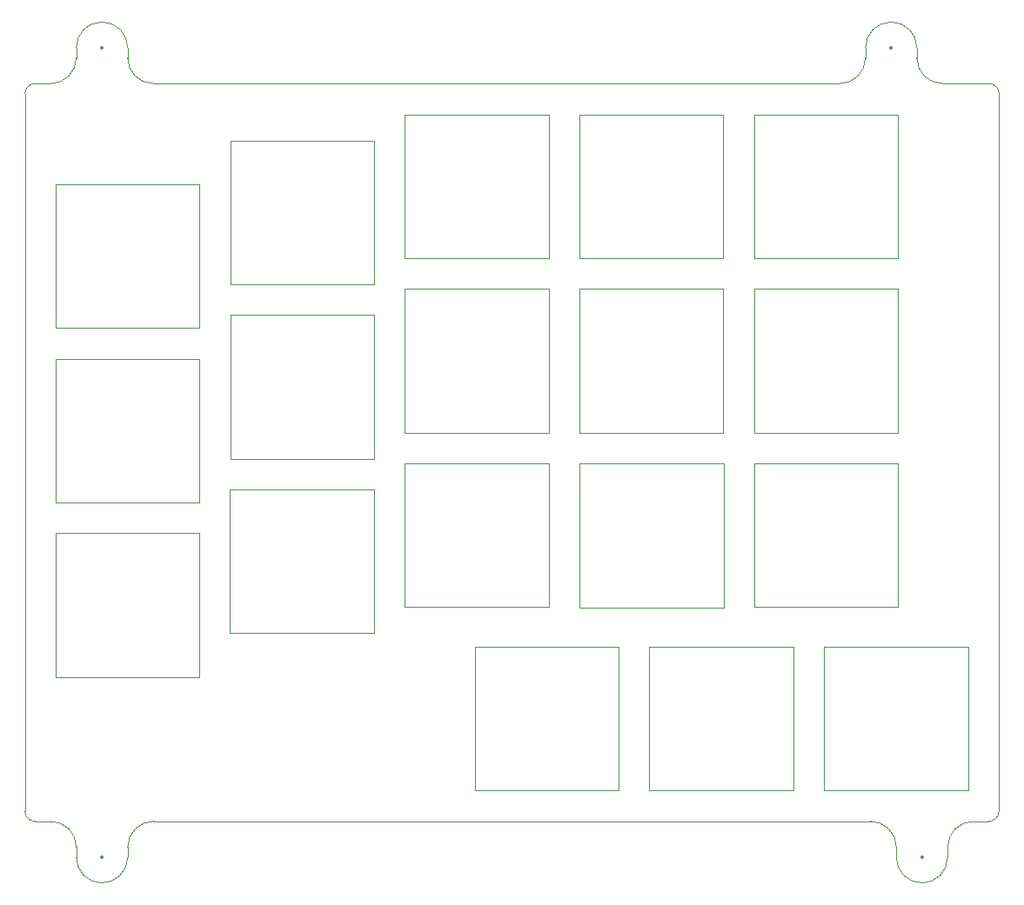
<source format=gbl>
%TF.GenerationSoftware,KiCad,Pcbnew,(6.0.9)*%
%TF.CreationDate,2023-01-09T15:03:37+09:00*%
%TF.ProjectId,split-mini__switch_plate,73706c69-742d-46d6-996e-695f5f737769,rev?*%
%TF.SameCoordinates,Original*%
%TF.FileFunction,Copper,L2,Bot*%
%TF.FilePolarity,Positive*%
%FSLAX46Y46*%
G04 Gerber Fmt 4.6, Leading zero omitted, Abs format (unit mm)*
G04 Created by KiCad (PCBNEW (6.0.9)) date 2023-01-09 15:03:37*
%MOMM*%
%LPD*%
G01*
G04 APERTURE LIST*
%TA.AperFunction,Profile*%
%ADD10C,0.100000*%
%TD*%
%TA.AperFunction,Profile*%
%ADD11C,0.120000*%
%TD*%
%ADD12C,0.350000*%
G04 APERTURE END LIST*
D10*
X22100000Y-104650000D02*
X22100000Y-105650000D01*
X103900000Y-26800000D02*
X103900000Y-27800000D01*
X96400000Y-30300000D02*
X69500000Y-30300000D01*
X18100000Y-30300000D02*
G75*
G03*
X17100000Y-31300000I0J-1000000D01*
G01*
X18100000Y-102150000D02*
X19600000Y-102150000D01*
X101900000Y-105650000D02*
G75*
G03*
X104400000Y-108150000I2500000J0D01*
G01*
X109400000Y-102150000D02*
G75*
G03*
X106900000Y-104650000I0J-2500000D01*
G01*
X24600000Y-108150000D02*
G75*
G03*
X27100000Y-105650000I0J2500000D01*
G01*
X22100000Y-105650000D02*
G75*
G03*
X24600000Y-108150000I2500000J0D01*
G01*
X17100000Y-101150000D02*
G75*
G03*
X18100000Y-102150000I1000000J0D01*
G01*
X103900000Y-27800000D02*
G75*
G03*
X106400000Y-30300000I2500000J0D01*
G01*
X17100000Y-31300000D02*
X17100000Y-101150000D01*
X110900000Y-30300000D02*
X106400000Y-30300000D01*
X106900000Y-105650000D02*
X106900000Y-104650000D01*
X22100000Y-27800000D02*
X22100000Y-26800000D01*
X24600000Y-24300000D02*
G75*
G03*
X22100000Y-26800000I0J-2500000D01*
G01*
X109400000Y-102150000D02*
X110900000Y-102150000D01*
X96400000Y-30300000D02*
G75*
G03*
X98900000Y-27800000I0J2500000D01*
G01*
X27100000Y-26800000D02*
G75*
G03*
X24600000Y-24300000I-2500000J0D01*
G01*
X19600000Y-30300000D02*
G75*
G03*
X22100000Y-27800000I0J2500000D01*
G01*
X69500000Y-30300000D02*
X29600000Y-30300000D01*
X101900000Y-104650000D02*
X101900000Y-105650000D01*
X27100000Y-26800000D02*
X27100000Y-27800000D01*
X111900000Y-101150000D02*
X111900000Y-31300000D01*
X101900000Y-104650000D02*
G75*
G03*
X99400000Y-102150000I-2500000J0D01*
G01*
X104400000Y-108150000D02*
G75*
G03*
X106900000Y-105650000I0J2500000D01*
G01*
X111900000Y-31300000D02*
G75*
G03*
X110900000Y-30300000I-999900J100D01*
G01*
X27100000Y-105650000D02*
X27100000Y-104650000D01*
X22100000Y-104650000D02*
G75*
G03*
X19600000Y-102150000I-2500000J0D01*
G01*
X27100000Y-27800000D02*
G75*
G03*
X29600000Y-30300000I2500000J0D01*
G01*
X110900000Y-102150000D02*
G75*
G03*
X111900000Y-101150000I0J1000000D01*
G01*
X101400000Y-24300000D02*
G75*
G03*
X98900000Y-26800000I0J-2500000D01*
G01*
X29600000Y-102150000D02*
G75*
G03*
X27100000Y-104650000I0J-2500000D01*
G01*
X69500000Y-102150000D02*
X99400000Y-102150000D01*
X19600000Y-30300000D02*
X18100000Y-30300000D01*
X103900000Y-26800000D02*
G75*
G03*
X101400000Y-24300000I-2500000J0D01*
G01*
X98900000Y-27800000D02*
X98900000Y-26800000D01*
X29600000Y-102150000D02*
X69500000Y-102150000D01*
D11*
%TO.C,SW15*%
X102075000Y-67300000D02*
X88075000Y-67300000D01*
X88075000Y-67300000D02*
X88075000Y-81300000D01*
X102075000Y-81300000D02*
X102075000Y-67300000D01*
X88075000Y-81300000D02*
X102075000Y-81300000D01*
%TO.C,SW7*%
X51075000Y-66850000D02*
X51075000Y-52850000D01*
X51075000Y-52850000D02*
X37075000Y-52850000D01*
X37075000Y-66850000D02*
X51075000Y-66850000D01*
X37075000Y-52850000D02*
X37075000Y-66850000D01*
%TO.C,SW3*%
X54075000Y-47300000D02*
X68075000Y-47300000D01*
X68075000Y-47300000D02*
X68075000Y-33300000D01*
X54075000Y-33300000D02*
X54075000Y-47300000D01*
X68075000Y-33300000D02*
X54075000Y-33300000D01*
%TO.C,SW6*%
X34100000Y-71100000D02*
X34100000Y-57100000D01*
X20100000Y-57100000D02*
X20100000Y-71100000D01*
X34100000Y-57100000D02*
X20100000Y-57100000D01*
X20100000Y-71100000D02*
X34100000Y-71100000D01*
%TO.C,SW17*%
X77875000Y-99150000D02*
X91875000Y-99150000D01*
X91875000Y-85150000D02*
X77875000Y-85150000D01*
X77875000Y-85150000D02*
X77875000Y-99150000D01*
X91875000Y-99150000D02*
X91875000Y-85150000D01*
%TO.C,SW14*%
X71085000Y-67315000D02*
X71085000Y-81315000D01*
X71085000Y-81315000D02*
X85085000Y-81315000D01*
X85085000Y-81315000D02*
X85085000Y-67315000D01*
X85085000Y-67315000D02*
X71085000Y-67315000D01*
%TO.C,SW9*%
X85075000Y-50300000D02*
X71075000Y-50300000D01*
X71075000Y-50300000D02*
X71075000Y-64300000D01*
X71075000Y-64300000D02*
X85075000Y-64300000D01*
X85075000Y-64300000D02*
X85075000Y-50300000D01*
%TO.C,SW8*%
X54075000Y-64300000D02*
X68075000Y-64300000D01*
X68075000Y-64300000D02*
X68075000Y-50300000D01*
X68075000Y-50300000D02*
X54075000Y-50300000D01*
X54075000Y-50300000D02*
X54075000Y-64300000D01*
%TO.C,SW10*%
X102050000Y-50300000D02*
X88050000Y-50300000D01*
X88050000Y-50300000D02*
X88050000Y-64300000D01*
X88050000Y-64300000D02*
X102050000Y-64300000D01*
X102050000Y-64300000D02*
X102050000Y-50300000D01*
%TO.C,SW11*%
X20085000Y-74080000D02*
X20085000Y-88080000D01*
X34085000Y-74080000D02*
X20085000Y-74080000D01*
X20085000Y-88080000D02*
X34085000Y-88080000D01*
X34085000Y-88080000D02*
X34085000Y-74080000D01*
%TO.C,SW1*%
X20100000Y-40075000D02*
X20100000Y-54075000D01*
X34100000Y-40075000D02*
X20100000Y-40075000D01*
X20100000Y-54075000D02*
X34100000Y-54075000D01*
X34100000Y-54075000D02*
X34100000Y-40075000D01*
%TO.C,SW12*%
X51050000Y-83825000D02*
X51050000Y-69825000D01*
X37050000Y-69825000D02*
X37050000Y-83825000D01*
X51050000Y-69825000D02*
X37050000Y-69825000D01*
X37050000Y-83825000D02*
X51050000Y-83825000D01*
%TO.C,SW5*%
X102075000Y-47300000D02*
X102075000Y-33300000D01*
X88075000Y-47300000D02*
X102075000Y-47300000D01*
X88075000Y-33300000D02*
X88075000Y-47300000D01*
X102075000Y-33300000D02*
X88075000Y-33300000D01*
%TO.C,SW2*%
X37075000Y-49850000D02*
X51075000Y-49850000D01*
X37075000Y-35850000D02*
X37075000Y-49850000D01*
X51075000Y-35850000D02*
X37075000Y-35850000D01*
X51075000Y-49850000D02*
X51075000Y-35850000D01*
%TO.C,SW13*%
X54075000Y-67275000D02*
X54075000Y-81275000D01*
X54075000Y-81275000D02*
X68075000Y-81275000D01*
X68075000Y-67275000D02*
X54075000Y-67275000D01*
X68075000Y-81275000D02*
X68075000Y-67275000D01*
%TO.C,SW16*%
X60875000Y-99150000D02*
X74875000Y-99150000D01*
X60875000Y-85150000D02*
X60875000Y-99150000D01*
X74875000Y-85150000D02*
X60875000Y-85150000D01*
X74875000Y-99150000D02*
X74875000Y-85150000D01*
%TO.C,SW4*%
X85075000Y-47300000D02*
X85075000Y-33300000D01*
X85075000Y-33300000D02*
X71075000Y-33300000D01*
X71075000Y-33300000D02*
X71075000Y-47300000D01*
X71075000Y-47300000D02*
X85075000Y-47300000D01*
%TO.C,SW18*%
X94875000Y-85150000D02*
X94875000Y-99150000D01*
X108875000Y-99150000D02*
X108875000Y-85150000D01*
X94875000Y-99150000D02*
X108875000Y-99150000D01*
X108875000Y-85150000D02*
X94875000Y-85150000D01*
%TD*%
D12*
X101390000Y-26790000D03*
X104400000Y-105650000D03*
X24610000Y-105640000D03*
X24600000Y-26800000D03*
M02*

</source>
